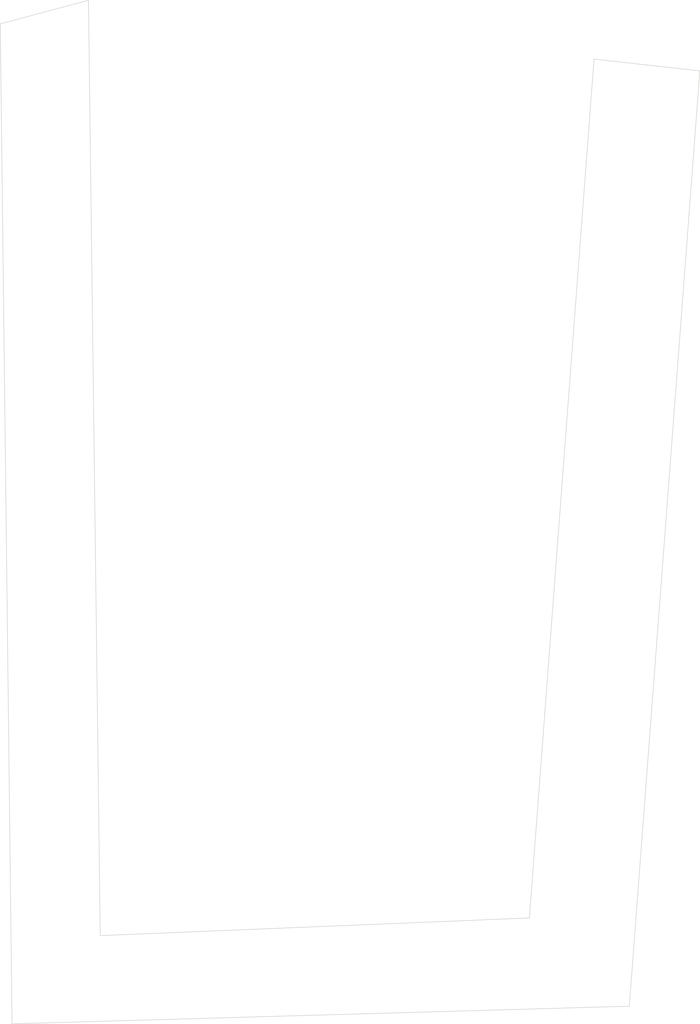
<source format=kicad_pcb>
(kicad_pcb (version 20221018) (generator pcbnew)

  (general
    (thickness 1.6)
  )

  (paper "A4")
  (layers
    (0 "F.Cu" signal)
    (31 "B.Cu" signal)
    (32 "B.Adhes" user "B.Adhesive")
    (33 "F.Adhes" user "F.Adhesive")
    (34 "B.Paste" user)
    (35 "F.Paste" user)
    (36 "B.SilkS" user "B.Silkscreen")
    (37 "F.SilkS" user "F.Silkscreen")
    (38 "B.Mask" user)
    (39 "F.Mask" user)
    (40 "Dwgs.User" user "User.Drawings")
    (41 "Cmts.User" user "User.Comments")
    (42 "Eco1.User" user "User.Eco1")
    (43 "Eco2.User" user "User.Eco2")
    (44 "Edge.Cuts" user)
    (45 "Margin" user)
    (46 "B.CrtYd" user "B.Courtyard")
    (47 "F.CrtYd" user "F.Courtyard")
    (48 "B.Fab" user)
    (49 "F.Fab" user)
    (50 "User.1" user)
    (51 "User.2" user)
    (52 "User.3" user)
    (53 "User.4" user)
    (54 "User.5" user)
    (55 "User.6" user)
    (56 "User.7" user)
    (57 "User.8" user)
    (58 "User.9" user)
  )

  (setup
    (stackup
      (layer "F.SilkS" (type "Top Silk Screen"))
      (layer "F.Paste" (type "Top Solder Paste"))
      (layer "F.Mask" (type "Top Solder Mask") (thickness 0.01))
      (layer "F.Cu" (type "copper") (thickness 0.035))
      (layer "dielectric 1" (type "core") (thickness 1.51) (material "FR4") (epsilon_r 4.5) (loss_tangent 0.02))
      (layer "B.Cu" (type "copper") (thickness 0.035))
      (layer "B.Mask" (type "Bottom Solder Mask") (thickness 0.01))
      (layer "B.Paste" (type "Bottom Solder Paste"))
      (layer "B.SilkS" (type "Bottom Silk Screen"))
      (copper_finish "None")
      (dielectric_constraints no)
    )
    (pad_to_mask_clearance 0)
    (pcbplotparams
      (layerselection 0x00010fc_ffffffff)
      (plot_on_all_layers_selection 0x0000000_00000000)
      (disableapertmacros false)
      (usegerberextensions false)
      (usegerberattributes true)
      (usegerberadvancedattributes true)
      (creategerberjobfile true)
      (dashed_line_dash_ratio 12.000000)
      (dashed_line_gap_ratio 3.000000)
      (svgprecision 4)
      (plotframeref false)
      (viasonmask false)
      (mode 1)
      (useauxorigin false)
      (hpglpennumber 1)
      (hpglpenspeed 20)
      (hpglpendiameter 15.000000)
      (dxfpolygonmode true)
      (dxfimperialunits true)
      (dxfusepcbnewfont true)
      (psnegative false)
      (psa4output false)
      (plotreference true)
      (plotvalue true)
      (plotinvisibletext false)
      (sketchpadsonfab false)
      (subtractmaskfromsilk false)
      (outputformat 1)
      (mirror false)
      (drillshape 1)
      (scaleselection 1)
      (outputdirectory "")
    )
  )

  (net 0 "")

  (gr_line (start 50.999965 5.483117) (end 45.499965 78.483117)
    (stroke (width 0.05) (type default)) (layer "Edge.Cuts") (tstamp 12571e8b-bce9-4eba-b560-a8ffed10e570))
  (gr_line (start 45.499965 78.483117) (end 8.999965 79.983117)
    (stroke (width 0.05) (type default)) (layer "Edge.Cuts") (tstamp 15bbbf72-8529-4401-8eb4-2afdd3b09161))
  (gr_line (start 7.999965 0.483117) (end 0.499965 2.483117)
    (stroke (width 0.05) (type default)) (layer "Edge.Cuts") (tstamp 16ce253e-5783-4609-b1a9-5b211900dca8))
  (gr_line (start 53.999965 85.983117) (end 59.999965 6.483117)
    (stroke (width 0.05) (type default)) (layer "Edge.Cuts") (tstamp 18a64e7a-bc0a-44fe-8707-0cff6189898d))
  (gr_line (start 1.499965 87.483117) (end 53.999965 85.983117)
    (stroke (width 0.05) (type default)) (layer "Edge.Cuts") (tstamp 22a647dd-d7b5-47b5-b20e-bd6dcc7d2399))
  (gr_line (start 8.999965 79.983117) (end 7.999965 0.483117)
    (stroke (width 0.05) (type default)) (layer "Edge.Cuts") (tstamp 4b95da70-9a72-428c-b612-97cc49735e1c))
  (gr_line (start 59.999965 6.483117) (end 50.999965 5.483117)
    (stroke (width 0.05) (type default)) (layer "Edge.Cuts") (tstamp ea32f483-5fed-4f1a-8d08-df87e7425320))
  (gr_line (start 0.499965 2.483117) (end 1.499965 87.483117)
    (stroke (width 0.05) (type default)) (layer "Edge.Cuts") (tstamp ef18f613-ae22-4092-8281-ffbb88773a05))

)

</source>
